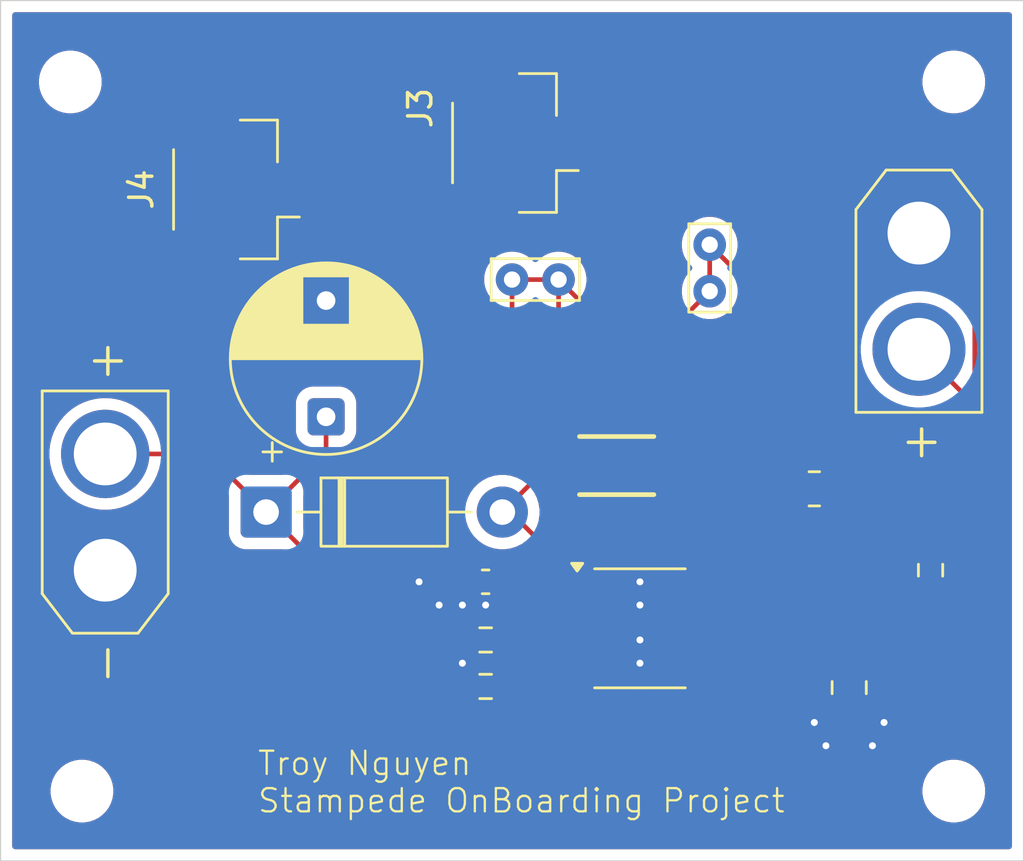
<source format=kicad_pcb>
(kicad_pcb (version 20241229) (generator "pcbnew") (generator_version "9.0")
  (layers (0 "F.Cu" signal) (2 "B.Cu" signal) (13 "F.Paste" user) (15 "B.Paste" user) (5 "F.SilkS" user "F.Silkscreen") (7 "B.SilkS" user "B.Silkscreen") (1 "F.Mask" user) (3 "B.Mask" user) (25 "Edge.Cuts" user))
  (net 0 "")
  (net 1 "GND")
  (net 2 "VCC")
  (net 3 "Net-(U2-CT)")
  (net 4 "+12V")
  (net 5 "/CAN+")
  (net 6 "/CAN-")
  (net 7 "Net-(U2-I_{PK})")
  (net 8 "Net-(U2-COMP-)")
  (net 9 "Net-(U2-DC)")
  (net 10 "Net-(D1-A)")
  (footprint "TestPoint:TestPoint_Bridge_Pitch2.0mm_Drill0.7mm" (layer "F.Cu") (at 123 86 90)
    (property "Reference" "TP2" (hide yes))
    (property "Value" "V_{C}" (hide yes))
    (fp_line (start 2.9 -0.9) (end -0.9 -0.9) (stroke (width 0.12)) (layer "F.SilkS"))
    (fp_line (start -0.9 -0.9) (end -0.9 0.9) (stroke (width 0.12)) (layer "F.SilkS"))
    (fp_line (start 2.9 0.9) (end 2.9 -0.9) (stroke (width 0.12)) (layer "F.SilkS"))
    (fp_line (start -0.9 0.9) (end 2.9 0.9) (stroke (width 0.12)) (layer "F.SilkS"))
    (pad "1" thru_hole circle (at 0 0 90) (size 1.4 1.4) (drill 0.7) (layers "*.Cu" "*.Mask") (net 7 "Net-(U2-I_{PK})"))
    (pad "1" thru_hole circle (at 2 0 90) (size 1.4 1.4) (drill 0.7) (layers "*.Cu" "*.Mask") (net 7 "Net-(U2-I_{PK})"))
  )
  (footprint "MountingHole:MountingHole_2.2mm_M2" (layer "F.Cu") (at 95.5 77)
    (property "Reference" "H1" (hide yes))
    (property "Value" "MountingHole" (hide yes))
    (pad "" np_thru_hole circle (at 0 0) (size 2.2 2.2) (drill 2.2) (layers "*.Cu" "*.Mask"))
  )
  (footprint "Resistor_SMD:R_0805_2012Metric_Pad1.20x1.40mm_HandSolder" (layer "F.Cu") (at 127.5 94.5 180)
    (property "Reference" "R3" (hide yes))
    (property "Value" "180" (hide yes))
    (fp_line (start -0.227064 0.735) (end 0.227064 0.735) (stroke (width 0.12)) (layer "F.SilkS"))
    (fp_line (start -0.227064 -0.735) (end 0.227064 -0.735) (stroke (width 0.12)) (layer "F.SilkS"))
    (pad "1" smd roundrect (at -1 0 180) (size 1.2 1.4) (layers "F.Cu" "F.Mask" "F.Paste") (roundrect_rratio 0.208333) (net 7 "Net-(U2-I_{PK})"))
    (pad "2" smd roundrect (at 1 0 180) (size 1.2 1.4) (layers "F.Cu" "F.Mask" "F.Paste") (roundrect_rratio 0.208333) (net 9 "Net-(U2-DC)"))
  )
  (footprint "Connector_AMASS:AMASS_XT30U-M_1x02_P5.0mm_Vertical" (layer "F.Cu") (at 97 98 90)
    (property "Reference" "J2" (hide yes))
    (property "Value" "Conn_01x02" (hide yes))
    (fp_line (start 7.71 -2.71) (end 7.71 2.71) (stroke (width 0.12)) (layer "F.SilkS"))
    (fp_line (start -1.01 -2.71) (end 7.71 -2.71) (stroke (width 0.12)) (layer "F.SilkS"))
    (fp_line (start -2.71 -1.41) (end -1.01 -2.71) (stroke (width 0.12)) (layer "F.SilkS"))
    (fp_line (start -2.71 -1.41) (end -2.71 1.41) (stroke (width 0.12)) (layer "F.SilkS"))
    (fp_line (start -2.71 1.41) (end -1.01 2.71) (stroke (width 0.12)) (layer "F.SilkS"))
    (fp_line (start -1.01 2.71) (end 7.71 2.71) (stroke (width 0.12)) (layer "F.SilkS"))
    (fp_text user "-" (at -4 0 90) (layer "F.SilkS") (effects (font (size 1.5 1.5))))
    (fp_text user "+" (at 9 0 90) (layer "F.SilkS") (effects (font (size 1.5 1.5))))
    (pad "1" thru_hole roundrect (at 0 0 90) (size 3.8 3.8) (drill 2.7) (layers "*.Cu" "*.Mask") (roundrect_rratio 0.2) (net 1 "GND"))
    (pad "2" thru_hole circle (at 5 0 90) (size 3.8 3.8) (drill 2.7) (layers "*.Cu" "*.Mask") (net 2 "VCC"))
  )
  (footprint "Capacitor_SMD:C_0805_2012Metric" (layer "F.Cu") (at 129 103.05 -90)
    (property "Reference" "C4" (hide yes))
    (property "Value" "100u" (hide yes))
    (fp_line (start -0.261252 0.735) (end 0.261252 0.735) (stroke (width 0.12)) (layer "F.SilkS"))
    (fp_line (start -0.261252 -0.735) (end 0.261252 -0.735) (stroke (width 0.12)) (layer "F.SilkS"))
    (pad "1" smd roundrect (at -0.95 0 270) (size 1 1.45) (layers "F.Cu" "F.Mask" "F.Paste") (net 4 "+12V"))
    (pad "2" smd roundrect (at 0.95 0 270) (size 1 1.45) (layers "F.Cu" "F.Mask" "F.Paste") (net 1 "GND"))
  )
  (footprint "MountingHole:MountingHole_2.2mm_M2" (layer "F.Cu") (at 133.5 77)
    (property "Reference" "H2" (hide yes))
    (property "Value" "MountingHole" (hide yes))
    (pad "" np_thru_hole circle (at 0 0) (size 2.2 2.2) (drill 2.2) (layers "*.Cu" "*.Mask"))
  )
  (footprint "Resistor_SMD:R_0603_1608Metric_Pad0.98x0.95mm_HandSolder" (layer "F.Cu") (at 113.3625 101)
    (property "Reference" "R2" (hide yes))
    (property "Value" "47k")
    (fp_line (start -0.254724 -0.5225) (end 0.254724 -0.5225) (stroke (width 0.12)) (layer "F.SilkS"))
    (fp_line (start -0.254724 0.5225) (end 0.254724 0.5225) (stroke (width 0.12)) (layer "F.SilkS"))
    (pad "1" smd roundrect (at -0.9125 0) (size 0.975 0.95) (layers "F.Cu" "F.Mask" "F.Paste") (net 2 "VCC"))
    (pad "2" smd roundrect (at 0.9125 0) (size 0.975 0.95) (layers "F.Cu" "F.Mask" "F.Paste") (net 8 "Net-(U2-COMP-)"))
  )
  (footprint "RM_Example:INDM3225X240N" (layer "F.Cu") (at 119 93.5 180)
    (property "Reference" "L1" (hide yes))
    (property "Value" "170u" (hide yes))
    (fp_line (start 1.6 -1.25) (end -1.6 -1.25) (stroke (width 0.2)) (layer "F.SilkS"))
    (fp_line (start -1.6 1.25) (end 1.6 1.25) (stroke (width 0.2)) (layer "F.SilkS"))
    (pad "1" smd rect (at -1.5 0 180) (size 1.4 1.95) (layers "F.Cu" "F.Mask" "F.Paste") (net 7 "Net-(U2-I_{PK})"))
    (pad "2" smd rect (at 1.5 0 180) (size 1.4 1.95) (layers "F.Cu" "F.Mask" "F.Paste") (net 10 "Net-(D1-A)"))
  )
  (footprint "Resistor_SMD:R_0603_1608Metric_Pad0.98x0.95mm_HandSolder" (layer "F.Cu") (at 132.5 98 90)
    (property "Reference" "R5" (hide yes))
    (property "Value" "0.22" (hide yes))
    (fp_line (start -0.254724 -0.5225) (end 0.254724 -0.5225) (stroke (width 0.12)) (layer "F.SilkS"))
    (fp_line (start -0.254724 0.5225) (end 0.254724 0.5225) (stroke (width 0.12)) (layer "F.SilkS"))
    (pad "1" smd roundrect (at -0.9125 0 90) (size 0.975 0.95) (layers "F.Cu" "F.Mask" "F.Paste") (net 7 "Net-(U2-I_{PK})"))
    (pad "2" smd roundrect (at 0.9125 0 90) (size 0.975 0.95) (layers "F.Cu" "F.Mask" "F.Paste") (net 4 "+12V"))
  )
  (footprint "Connector_AMASS:AMASS_XT30U-F_1x02_P5.0mm_Vertical" (layer "F.Cu") (at 132 83.5 -90)
    (property "Reference" "J1" (hide yes))
    (property "Value" "Conn_01x02" (hide yes))
    (fp_line (start -1.01 2.71) (end 7.71 2.71) (stroke (width 0.12)) (layer "F.SilkS"))
    (fp_line (start -2.71 1.41) (end -1.01 2.71) (stroke (width 0.12)) (layer "F.SilkS"))
    (fp_line (start -2.71 -1.41) (end -2.71 1.41) (stroke (width 0.12)) (layer "F.SilkS"))
    (fp_line (start -2.71 -1.41) (end -1.01 -2.71) (stroke (width 0.12)) (layer "F.SilkS"))
    (fp_line (start -1.01 -2.71) (end 7.71 -2.71) (stroke (width 0.12)) (layer "F.SilkS"))
    (fp_line (start 7.71 -2.71) (end 7.71 2.71) (stroke (width 0.12)) (layer "F.SilkS"))
    (fp_text user "+" (at 9 0 270) (layer "F.SilkS") (effects (font (size 1.5 1.5))))
    (pad "1" thru_hole roundrect (at 0 0 270) (size 3.8 3.8) (drill 2.7) (layers "*.Cu" "*.Mask") (roundrect_rratio 0.2) (net 1 "GND"))
    (pad "2" thru_hole circle (at 5 0 270) (size 4 4) (drill 2.7) (layers "*.Cu" "*.Mask") (net 4 "+12V"))
  )
  (footprint "MountingHole:MountingHole_2.2mm_M2" (layer "F.Cu") (at 133.5 107.5)
    (property "Reference" "H4" (hide yes))
    (property "Value" "MountingHole" (hide yes))
    (pad "" np_thru_hole circle (at 0 0) (size 2.2 2.2) (drill 2.2) (layers "*.Cu" "*.Mask"))
  )
  (footprint "Diode_THT:D_DO-41_SOD81_P10.16mm_Horizontal" (layer "F.Cu") (at 103.92 95.5)
    (property "Reference" "D1" (hide yes))
    (property "Value" "1N5819" (hide yes))
    (fp_line (start 1.34 0) (end 2.36 0) (stroke (width 0.12)) (layer "F.SilkS"))
    (fp_line (start 3.14 -1.47) (end 3.14 1.47) (stroke (width 0.12)) (layer "F.SilkS"))
    (fp_line (start 3.26 -1.47) (end 3.26 1.47) (stroke (width 0.12)) (layer "F.SilkS"))
    (fp_line (start 3.38 -1.47) (end 3.38 1.47) (stroke (width 0.12)) (layer "F.SilkS"))
    (fp_line (start 8.82 0) (end 7.8 0) (stroke (width 0.12)) (layer "F.SilkS"))
    (fp_rect (start 2.36 -1.47) (end 7.8 1.47) (stroke (width 0.12)) (fill no) (layer "F.SilkS"))
    (pad "1" thru_hole roundrect (at 0 0) (size 2.2 2.2) (drill 1.1) (layers "*.Cu" "*.Mask") (roundrect_rratio 0.113636) (net 2 "VCC"))
    (pad "2" thru_hole circle (at 10.16 0) (size 2.2 2.2) (drill 1.1) (layers "*.Cu" "*.Mask") (net 10 "Net-(D1-A)"))
  )
  (footprint "Connector_JST:JST_GH_BM02B-GHS-TBT_1x02-1MP_P1.25mm_Vertical" (layer "F.Cu") (at 102.55 81.625 90)
    (property "Reference" "J4" (at 0 -4 90) (layer "F.SilkS"))
    (property "Value" "Conn_01x02" (hide yes))
    (fp_line (start -1.715 -2.61) (end 1.715 -2.61) (stroke (width 0.12)) (layer "F.SilkS"))
    (fp_line (start 2.985 0.26) (end 2.985 1.86) (stroke (width 0.12)) (layer "F.SilkS"))
    (fp_line (start -2.985 0.26) (end -2.985 1.86) (stroke (width 0.12)) (layer "F.SilkS"))
    (fp_line (start 2.985 1.86) (end 1.185 1.86) (stroke (width 0.12)) (layer "F.SilkS"))
    (fp_line (start -1.185 1.86) (end -1.185 2.8) (stroke (width 0.12)) (layer "F.SilkS"))
    (fp_line (start -2.985 1.86) (end -1.185 1.86) (stroke (width 0.12)) (layer "F.SilkS"))
    (pad "1" smd roundrect (at -0.625 1.95 90) (size 0.6 1.7) (layers "F.Cu" "F.Mask" "F.Paste") (net 6 "/CAN-"))
    (pad "2" smd roundrect (at 0.625 1.95 90) (size 0.6 1.7) (layers "F.Cu" "F.Mask" "F.Paste") (net 5 "/CAN+"))
    (pad "MP" smd roundrect (at -2.475 -1.4 90) (size 1 2.8) (layers "F.Cu" "F.Mask" "F.Paste"))
    (pad "MP" smd roundrect (at 2.475 -1.4 90) (size 1 2.8) (layers "F.Cu" "F.Mask" "F.Paste"))
  )
  (footprint "Capacitor_THT:CP_Radial_D8.0mm_P5.00mm" (layer "F.Cu") (at 106.5 91.402651 90)
    (property "Reference" "C1" (hide yes))
    (property "Value" "330u" (hide yes))
    (fp_line (start 2.54 -4.08) (end 2.54 4.08) (stroke (width 0.12)) (layer "F.SilkS"))
    (fp_line (start 2.5 -4.08) (end 2.5 4.08) (stroke (width 0.12)) (layer "F.SilkS"))
    (fp_line (start 2.58 -4.079) (end 2.58 4.079) (stroke (width 0.12)) (layer "F.SilkS"))
    (fp_line (start 2.62 -4.078) (end 2.62 4.078) (stroke (width 0.12)) (layer "F.SilkS"))
    (fp_line (start 2.66 -4.077) (end 2.66 4.077) (stroke (width 0.12)) (layer "F.SilkS"))
    (fp_line (start 2.7 -4.075) (end 2.7 4.075) (stroke (width 0.12)) (layer "F.SilkS"))
    (fp_line (start 2.74 -4.073) (end 2.74 4.073) (stroke (width 0.12)) (layer "F.SilkS"))
    (fp_line (start 2.78 -4.07) (end 2.78 4.07) (stroke (width 0.12)) (layer "F.SilkS"))
    (fp_line (start 2.82 -4.068) (end 2.82 4.068) (stroke (width 0.12)) (layer "F.SilkS"))
    (fp_line (start 2.86 -4.064) (end 2.86 4.064) (stroke (width 0.12)) (layer "F.SilkS"))
    (fp_line (start 2.9 -4.061) (end 2.9 4.061) (stroke (width 0.12)) (layer "F.SilkS"))
    (fp_line (start 2.94 -4.056) (end 2.94 4.056) (stroke (width 0.12)) (layer "F.SilkS"))
    (fp_line (start 2.98 -4.052) (end 2.98 4.052) (stroke (width 0.12)) (layer "F.SilkS"))
    (fp_line (start 3.02 -4.047) (end 3.02 4.047) (stroke (width 0.12)) (layer "F.SilkS"))
    (fp_line (start 3.06 -4.042) (end 3.06 4.042) (stroke (width 0.12)) (layer "F.SilkS"))
    (fp_line (start 3.1 -4.036) (end 3.1 4.036) (stroke (width 0.12)) (layer "F.SilkS"))
    (fp_line (start 3.14 -4.03) (end 3.14 4.03) (stroke (width 0.12)) (layer "F.SilkS"))
    (fp_line (start 3.18 -4.023) (end 3.18 4.023) (stroke (width 0.12)) (layer "F.SilkS"))
    (fp_line (start 3.22 -4.017) (end 3.22 4.017) (stroke (width 0.12)) (layer "F.SilkS"))
    (fp_line (start 3.26 -4.009) (end 3.26 4.009) (stroke (width 0.12)) (layer "F.SilkS"))
    (fp_line (start 3.3 -4.002) (end 3.3 4.002) (stroke (width 0.12)) (layer "F.SilkS"))
    (fp_line (start 3.34 -3.993) (end 3.34 3.993) (stroke (width 0.12)) (layer "F.SilkS"))
    (fp_line (start 3.38 -3.985) (end 3.38 3.985) (stroke (width 0.12)) (layer "F.SilkS"))
    (fp_line (start 3.42 -3.976) (end 3.42 3.976) (stroke (width 0.12)) (layer "F.SilkS"))
    (fp_line (start 3.46 -3.967) (end 3.46 3.967) (stroke (width 0.12)) (layer "F.SilkS"))
    (fp_line (start 3.5 -3.957) (end 3.5 3.957) (stroke (width 0.12)) (layer "F.SilkS"))
    (fp_line (start 3.54 -3.947) (end 3.54 3.947) (stroke (width 0.12)) (layer "F.SilkS"))
    (fp_line (start 3.58 -3.936) (end 3.58 3.936) (stroke (width 0.12)) (layer "F.SilkS"))
    (fp_line (start 3.62 -3.925) (end 3.62 3.925) (stroke (width 0.12)) (layer "F.SilkS"))
    (fp_line (start 3.66 -3.913) (end 3.66 3.913) (stroke (width 0.12)) (layer "F.SilkS"))
    (fp_line (start 3.7 -3.901) (end 3.7 3.901) (stroke (width 0.12)) (layer "F.SilkS"))
    (fp_line (start 3.74 -3.889) (end 3.74 3.889) (stroke (width 0.12)) (layer "F.SilkS"))
    (fp_line (start 3.78 -3.876) (end 3.78 3.876) (stroke (width 0.12)) (layer "F.SilkS"))
    (fp_line (start 3.82 -3.863) (end 3.82 3.863) (stroke (width 0.12)) (layer "F.SilkS"))
    (fp_line (start 3.86 -3.849) (end 3.86 3.849) (stroke (width 0.12)) (layer "F.SilkS"))
    (fp_line (start 3.9 -3.835) (end 3.9 3.835) (stroke (width 0.12)) (layer "F.SilkS"))
    (fp_line (start 3.94 -3.82) (end 3.94 3.82) (stroke (width 0.12)) (layer "F.SilkS"))
    (fp_line (start 3.98 -3.805) (end 3.98 -1.04) (stroke (width 0.12)) (layer "F.SilkS"))
    (fp_line (start 4.02 -3.789) (end 4.02 -1.04) (stroke (width 0.12)) (layer "F.SilkS"))
    (fp_line (start 4.06 -3.773) (end 4.06 -1.04) (stroke (width 0.12)) (layer "F.SilkS"))
    (fp_line (start 4.1 -3.757) (end 4.1 -1.04) (stroke (width 0.12)) (layer "F.SilkS"))
    (fp_line (start 4.14 -3.74) (end 4.14 -1.04) (stroke (width 0.12)) (layer "F.SilkS"))
    (fp_line (start 4.18 -3.722) (end 4.18 -1.04) (stroke (width 0.12)) (layer "F.SilkS"))
    (fp_line (start 4.22 -3.704) (end 4.22 -1.04) (stroke (width 0.12)) (layer "F.SilkS"))
    (fp_line (start 4.26 -3.685) (end 4.26 -1.04) (stroke (width 0.12)) (layer "F.SilkS"))
    (fp_line (start 4.3 -3.666) (end 4.3 -1.04) (stroke (width 0.12)) (layer "F.SilkS"))
    (fp_line (start 4.34 -3.646) (end 4.34 -1.04) (stroke (width 0.12)) (layer "F.SilkS"))
    (fp_line (start 4.38 -3.626) (end 4.38 -1.04) (stroke (width 0.12)) (layer "F.SilkS"))
    (fp_line (start 4.42 -3.605) (end 4.42 -1.04) (stroke (width 0.12)) (layer "F.SilkS"))
    (fp_line (start 4.46 -3.584) (end 4.46 -1.04) (stroke (width 0.12)) (layer "F.SilkS"))
    (fp_line (start 4.5 -3.562) (end 4.5 -1.04) (stroke (width 0.12)) (layer "F.SilkS"))
    (fp_line (start 4.54 -3.539) (end 4.54 -1.04) (stroke (width 0.12)) (layer "F.SilkS"))
    (fp_line (start 4.58 -3.516) (end 4.58 -1.04) (stroke (width 0.12)) (layer "F.SilkS"))
    (fp_line (start 4.62 -3.493) (end 4.62 -1.04) (stroke (width 0.12)) (layer "F.SilkS"))
    (fp_line (start 4.66 -3.468) (end 4.66 -1.04) (stroke (width 0.12)) (layer "F.SilkS"))
    (fp_line (start 4.7 -3.443) (end 4.7 -1.04) (stroke (width 0.12)) (layer "F.SilkS"))
    (fp_line (start 4.74 -3.418) (end 4.74 -1.04) (stroke (width 0.12)) (layer "F.SilkS"))
    (fp_line (start 4.78 -3.392) (end 4.78 -1.04) (stroke (width 0.12)) (layer "F.SilkS"))
    (fp_line (start 4.82 -3.365) (end 4.82 -1.04) (stroke (width 0.12)) (layer "F.SilkS"))
    (fp_line (start 4.86 -3.337) (end 4.86 -1.04) (stroke (width 0.12)) (layer "F.SilkS"))
    (fp_line (start 4.9 -3.309) (end 4.9 -1.04) (stroke (width 0.12)) (layer "F.SilkS"))
    (fp_line (start 4.94 -3.28) (end 4.94 -1.04) (stroke (width 0.12)) (layer "F.SilkS"))
    (fp_line (start 4.98 -3.25) (end 4.98 -1.04) (stroke (width 0.12)) (layer "F.SilkS"))
    (fp_line (start 5.02 -3.219) (end 5.02 -1.04) (stroke (width 0.12)) (layer "F.SilkS"))
    (fp_line (start 5.06 -3.188) (end 5.06 -1.04) (stroke (width 0.12)) (layer "F.SilkS"))
    (fp_line (start 5.1 -3.156) (end 5.1 -1.04) (stroke (width 0.12)) (layer "F.SilkS"))
    (fp_line (start 5.14 -3.123) (end 5.14 -1.04) (stroke (width 0.12)) (layer "F.SilkS"))
    (fp_line (start 5.18 -3.089) (end 5.18 -1.04) (stroke (width 0.12)) (layer "F.SilkS"))
    (fp_line (start 5.22 -3.055) (end 5.22 -1.04) (stroke (width 0.12)) (layer "F.SilkS"))
    (fp_line (start 5.26 -3.019) (end 5.26 -1.04) (stroke (width 0.12)) (layer "F.SilkS"))
    (fp_line (start 5.3 -2.982) (end 5.3 -1.04) (stroke (width 0.12)) (layer "F.SilkS"))
    (fp_line (start 5.34 -2.945) (end 5.34 -1.04) (stroke (width 0.12)) (layer "F.SilkS"))
    (fp_line (start 5.38 -2.906) (end 5.38 -1.04) (stroke (width 0.12)) (layer "F.SilkS"))
    (fp_line (start 5.42 -2.867) (end 5.42 -1.04) (stroke (width 0.12)) (layer "F.SilkS"))
    (fp_line (start 5.46 -2.826) (end 5.46 -1.04) (stroke (width 0.12)) (layer "F.SilkS"))
    (fp_line (start 5.5 -2.784) (end 5.5 -1.04) (stroke (width 0.12)) (layer "F.SilkS"))
    (fp_line (start 5.54 -2.741) (end 5.54 -1.04) (stroke (width 0.12)) (layer "F.SilkS"))
    (fp_line (start -1.509698 -2.715) (end -1.509698 -1.915) (stroke (width 0.12)) (layer "F.SilkS"))
    (fp_line (start 5.58 -2.696) (end 5.58 -1.04) (stroke (width 0.12)) (layer "F.SilkS"))
    (fp_line (start 5.62 -2.651) (end 5.62 -1.04) (stroke (width 0.12)) (layer "F.SilkS"))
    (fp_line (start 5.66 -2.604) (end 5.66 -1.04) (stroke (width 0.12)) (layer "F.SilkS"))
    (fp_line (start 5.7 -2.555) (end 5.7 -1.04) (stroke (width 0.12)) (layer "F.SilkS"))
    (fp_line (start 5.74 -2.505) (end 5.74 -1.04) (stroke (width 0.12)) (layer "F.SilkS"))
    (fp_line (start 5.78 -2.453) (end 5.78 -1.04) (stroke (width 0.12)) (layer "F.SilkS"))
    (fp_line (start 5.82 -2.4) (end 5.82 -1.04) (stroke (width 0.12)) (layer "F.SilkS"))
    (fp_line (start 5.86 -2.344) (end 5.86 -1.04) (stroke (width 0.12)) (layer "F.SilkS"))
    (fp_line (start -1.909698 -2.315) (end -1.109698 -2.315) (stroke (width 0.12)) (layer "F.SilkS"))
    (fp_line (start 5.9 -2.287) (end 5.9 -1.04) (stroke (width 0.12)) (layer "F.SilkS"))
    (fp_line (start 5.94 -2.227) (end 5.94 -1.04) (stroke (width 0.12)) (layer "F.SilkS"))
    (fp_line (start 5.98 -2.165) (end 5.98 -1.04) (stroke (width 0.12)) (layer "F.SilkS"))
    (fp_line (start 6.02 -2.101) (end 6.02 -1.04) (stroke (width 0.12)) (layer "F.SilkS"))
    (fp_line (start 6.06 -2.034) (end 6.06 2.034) (stroke (width 0.12)) (layer "F.SilkS"))
    (fp_line (start 6.1 -1.964) (end 6.1 1.964) (stroke (width 0.12)) (layer "F.SilkS"))
    (fp_line (start 6.14 -1.89) (end 6.14 1.89) (stroke (width 0.12)) (layer "F.SilkS"))
    (fp_line (start 6.18 -1.813) (end 6.18 1.813) (stroke (width 0.12)) (layer "F.SilkS"))
    (fp_line (start 6.22 -1.731) (end 6.22 1.731) (stroke (width 0.12)) (layer "F.SilkS"))
    (fp_line (start 6.26 -1.644) (end 6.26 1.644) (stroke (width 0.12)) (layer "F.SilkS"))
    (fp_line (start 6.3 -1.552) (end 6.3 1.552) (stroke (width 0.12)) (layer "F.SilkS"))
    (fp_line (start 6.34 -1.453) (end 6.34 1.453) (stroke (width 0.12)) (layer "F.SilkS"))
    (fp_line (start 6.38 -1.346) (end 6.38 1.346) (stroke (width 0.12)) (layer "F.SilkS"))
    (fp_line (start 6.42 -1.228) (end 6.42 1.228) (stroke (width 0.12)) (layer "F.SilkS"))
    (fp_line (start 6.46 -1.097) (end 6.46 1.097) (stroke (width 0.12)) (layer "F.SilkS"))
    (fp_line (start 6.5 -0.947) (end 6.5 0.947) (stroke (width 0.12)) (layer "F.SilkS"))
    (fp_line (start 6.54 -0.768) (end 6.54 0.768) (stroke (width 0.12)) (layer "F.SilkS"))
    (fp_line (start 6.58 -0.533) (end 6.58 0.533) (stroke (width 0.12)) (layer "F.SilkS"))
    (fp_line (start 6.02 1.04) (end 6.02 2.101) (stroke (width 0.12)) (layer "F.SilkS"))
    (fp_line (start 5.98 1.04) (end 5.98 2.165) (stroke (width 0.12)) (layer "F.SilkS"))
    (fp_line (start 5.94 1.04) (end 5.94 2.227) (stroke (width 0.12)) (layer "F.SilkS"))
    (fp_line (start 5.9 1.04) (end 5.9 2.287) (stroke (width 0.12)) (layer "F.SilkS"))
    (fp_line (start 5.86 1.04) (end 5.86 2.344) (stroke (width 0.12)) (layer "F.SilkS"))
    (fp_line (start 5.82 1.04) (end 5.82 2.4) (stroke (width 0.12)) (layer "F.SilkS"))
    (fp_line (start 5.78 1.04) (end 5.78 2.453) (stroke (width 0.12)) (layer "F.SilkS"))
    (fp_line (start 5.74 1.04) (end 5.74 2.505) (stroke (width 0.12)) (layer "F.SilkS"))
    (fp_line (start 5.7 1.04) (end 5.7 2.555) (stroke (width 0.12)) (layer "F.SilkS"))
    (fp_line (start 5.66 1.04) (end 5.66 2.604) (stroke (width 0.12)) (layer "F.SilkS"))
    (fp_line (start 5.62 1.04) (end 5.62 2.651) (stroke (width 0.12)) (layer "F.SilkS"))
    (fp_line (start 5.58 1.04) (end 5.58 2.696) (stroke (width 0.12)) (layer "F.SilkS"))
    (fp_line (start 5.54 1.04) (end 5.54 2.741) (stroke (width 0.12)) (layer "F.SilkS"))
    (fp_line (start 5.5 1.04) (end 5.5 2.784) (stroke (width 0.12)) (layer "F.SilkS"))
    (fp_line (start 5.46 1.04) (end 5.46 2.826) (stroke (width 0.12)) (layer "F.SilkS"))
    (fp_line (start 5.42 1.04) (end 5.42 2.867) (stroke (width 0.12)) (layer "F.SilkS"))
    (fp_line (start 5.38 1.04) (end 5.38 2.906) (stroke (width 0.12)) (layer "F.SilkS"))
    (fp_line (start 5.34 1.04) (end 5.34 2.945) (stroke (width 0.12)) (layer "F.SilkS"))
    (fp_line (start 5.3 1.04) (end 5.3 2.982) (stroke (width 0.12)) (layer "F.SilkS"))
    (fp_line (start 5.26 1.04) (end 5.26 3.019) (stroke (width 0.12)) (layer "F.SilkS"))
    (fp_line (start 5.22 1.04) (end 5.22 3.055) (stroke (width 0.12)) (layer "F.SilkS"))
    (fp_line (start 5.18 1.04) (end 5.18 3.089) (stroke (width 0.12)) (layer "F.SilkS"))
    (fp_line (start 5.14 1.04) (end 5.14 3.123) (stroke (width 0.12)) (layer "F.SilkS"))
    (fp_line (start 5.1 1.04) (end 5.1 3.156) (stroke (width 0.12)) (layer "F.SilkS"))
    (fp_line (start 5.06 1.04) (end 5.06 3.188) (stroke (width 0.12)) (layer "F.SilkS"))
    (fp_line (start 5.02 1.04) (end 5.02 3.219) (stroke (width 0.12)) (layer "F.SilkS"))
    (fp_line (start 4.98 1.04) (end 4.98 3.25) (stroke (width 0.12)) (layer "F.SilkS"))
    (fp_line (start 4.94 1.04) (end 4.94 3.28) (stroke (width 0.12)) (layer "F.SilkS"))
    (fp_line (start 4.9 1.04) (end 4.9 3.309) (stroke (width 0.12)) (layer "F.SilkS"))
    (fp_line (start 4.86 1.04) (end 4.86 3.337) (stroke (width 0.12)) (layer "F.SilkS"))
    (fp_line (start 4.82 1.04) (end 4.82 3.365) (stroke (width 0.12)) (layer "F.SilkS"))
    (fp_line (start 4.78 1.04) (end 4.78 3.392) (stroke (width 0.12)) (layer "F.SilkS"))
    (fp_line (start 4.74 1.04) (end 4.74 3.418) (stroke (width 0.12)) (layer "F.SilkS"))
    (fp_line (start 4.7 1.04) (end 4.7 3.443) (stroke (width 0.12)) (layer "F.SilkS"))
    (fp_line (start 4.66 1.04) (end 4.66 3.468) (stroke (width 0.12)) (layer "F.SilkS"))
    (fp_line (start 4.62 1.04) (end 4.62 3.493) (stroke (width 0.12)) (layer "F.SilkS"))
    (fp_line (start 4.58 1.04) (end 4.58 3.516) (stroke (width 0.12)) (layer "F.SilkS"))
    (fp_line (start 4.54 1.04) (end 4.54 3.539) (stroke (width 0.12)) (layer "F.SilkS"))
    (fp_line (start 4.5 1.04) (end 4.5 3.562) (stroke (width 0.12)) (layer "F.SilkS"))
    (fp_line (start 4.46 1.04) (end 4.46 3.584) (stroke (width 0.12)) (layer "F.SilkS"))
    (fp_line (start 4.42 1.04) (end 4.42 3.605) (stroke (width 0.12)) (layer "F.SilkS"))
    (fp_line (start 4.38 1.04) (end 4.38 3.626) (stroke (width 0.12)) (layer "F.SilkS"))
    (fp_line (start 4.34 1.04) (end 4.34 3.646) (stroke (width 0.12)) (layer "F.SilkS"))
    (fp_line (start 4.3 1.04) (end 4.3 3.666) (stroke (width 0.12)) (layer "F.SilkS"))
    (fp_line (start 4.26 1.04) (end 4.26 3.685) (stroke (width 0.12)) (layer "F.SilkS"))
    (fp_line (start 4.22 1.04) (end 4.22 3.704) (stroke (width 0.12)) (layer "F.SilkS"))
    (fp_line (start 4.18 1.04) (end 4.18 3.722) (stroke (width 0.12)) (layer "F.SilkS"))
    (fp_line (start 4.14 1.04) (end 4.14 3.74) (stroke (width 0.12)) (layer "F.SilkS"))
    (fp_line (start 4.1 1.04) (end 4.1 3.757) (stroke (width 0.12)) (layer "F.SilkS"))
    (fp_line (start 4.06 1.04) (end 4.06 3.773) (stroke (width 0.12)) (layer "F.SilkS"))
    (fp_line (start 4.02 1.04) (end 4.02 3.789) (stroke (width 0.12)) (layer "F.SilkS"))
    (fp_line (start 3.98 1.04) (end 3.98 3.805) (stroke (width 0.12)) (layer "F.SilkS"))
    (fp_circle (center 2.5 0) (end 6.62 0) (stroke (width 0.12)) (fill no) (layer "F.SilkS"))
    (pad "1" thru_hole roundrect (at 0 0 90) (size 1.6 1.6) (drill 0.8) (layers "*.Cu" "*.Mask") (roundrect_rratio 0.15625) (net 2 "VCC"))
    (pad "2" thru_hole circle (at 5 0 90) (size 1.6 1.6) (drill 0.8) (layers "*.Cu" "*.Mask") (net 1 "GND"))
  )
  (footprint "Capacitor_SMD:C_0603_1608Metric_Pad1.08x0.95mm_HandSolder" (layer "F.Cu") (at 113.3625 98.5 180)
    (property "Reference" "C2" (hide yes))
    (property "Value" "1500p")
    (fp_line (start -0.146267 0.51) (end 0.146267 0.51) (stroke (width 0.12)) (layer "F.SilkS"))
    (fp_line (start -0.146267 -0.51) (end 0.146267 -0.51) (stroke (width 0.12)) (layer "F.SilkS"))
    (pad "1" smd roundrect (at -0.8625 0 180) (size 1.075 0.95) (layers "F.Cu" "F.Mask" "F.Paste") (net 3 "Net-(U2-CT)"))
    (pad "2" smd roundrect (at 0.8625 0 180) (size 1.075 0.95) (layers "F.Cu" "F.Mask" "F.Paste") (net 1 "GND"))
  )
  (footprint "Package_SO:SOIC-8_3.9x4.9mm_P1.27mm" (layer "F.Cu") (at 120 100.5)
    (property "Reference" "U2" (hide yes))
    (property "Value" "MC34063A" (hide yes))
    (fp_line (start 0 -2.56) (end -1.95 -2.56) (stroke (width 0.12)) (layer "F.SilkS"))
    (fp_line (start 0 -2.56) (end 1.95 -2.56) (stroke (width 0.12)) (layer "F.SilkS"))
    (fp_line (start 0 2.56) (end -1.95 2.56) (stroke (width 0.12)) (layer "F.SilkS"))
    (fp_line (start 0 2.56) (end 1.95 2.56) (stroke (width 0.12)) (layer "F.SilkS"))
    (fp_poly (pts (xy -2.7 -2.465) (xy -2.94 -2.795) (xy -2.46 -2.795)) (stroke (width 0.12)) (fill yes) (layer "F.SilkS"))
    (pad "1" smd roundrect (at -2.475 -1.905) (size 1.95 0.6) (layers "F.Cu" "F.Mask" "F.Paste") (net 10 "Net-(D1-A)"))
    (pad "2" smd roundrect (at -2.475 -0.635) (size 1.95 0.6) (layers "F.Cu" "F.Mask" "F.Paste") (net 1 "GND"))
    (pad "3" smd roundrect (at -2.475 0.635) (size 1.95 0.6) (layers "F.Cu" "F.Mask" "F.Paste") (net 3 "Net-(U2-CT)"))
    (pad "4" smd roundrect (at -2.475 1.905) (size 1.95 0.6) (layers "F.Cu" "F.Mask" "F.Paste") (net 1 "GND"))
    (pad "5" smd roundrect (at 2.475 1.905) (size 1.95 0.6) (layers "F.Cu" "F.Mask" "F.Paste") (net 8 "Net-(U2-COMP-)"))
    (pad "6" smd roundrect (at 2.475 0.635) (size 1.95 0.6) (layers "F.Cu" "F.Mask" "F.Paste") (net 4 "+12V"))
    (pad "7" smd roundrect (at 2.475 -0.635) (size 1.95 0.6) (layers "F.Cu" "F.Mask" "F.Paste") (net 7 "Net-(U2-I_{PK})"))
    (pad "8" smd roundrect (at 2.475 -1.905) (size 1.95 0.6) (layers "F.Cu" "F.Mask" "F.Paste") (net 9 "Net-(U2-DC)"))
  )
  (footprint "MountingHole:MountingHole_2.2mm_M2" (layer "F.Cu") (at 96 107.5)
    (property "Reference" "H3" (hide yes))
    (property "Value" "MountingHole" (hide yes))
    (pad "" np_thru_hole circle (at 0 0) (size 2.2 2.2) (drill 2.2) (layers "*.Cu" "*.Mask"))
  )
  (footprint "Connector_JST:JST_GH_BM02B-GHS-TBT_1x02-1MP_P1.25mm_Vertical" (layer "F.Cu") (at 114.55 79.625 90)
    (property "Reference" "J3" (at 1.5 -4 90) (layer "F.SilkS"))
    (property "Value" "Conn_01x02" (hide yes))
    (fp_line (start -1.715 -2.61) (end 1.715 -2.61) (stroke (width 0.12)) (layer "F.SilkS"))
    (fp_line (start 2.985 0.26) (end 2.985 1.86) (stroke (width 0.12)) (layer "F.SilkS"))
    (fp_line (start -2.985 0.26) (end -2.985 1.86) (stroke (width 0.12)) (layer "F.SilkS"))
    (fp_line (start 2.985 1.86) (end 1.185 1.86) (stroke (width 0.12)) (layer "F.SilkS"))
    (fp_line (start -1.185 1.86) (end -1.185 2.8) (stroke (width 0.12)) (layer "F.SilkS"))
    (fp_line (start -2.985 1.86) (end -1.185 1.86) (stroke (width 0.12)) (layer "F.SilkS"))
    (pad "1" smd roundrect (at -0.625 1.95 90) (size 0.6 1.7) (layers "F.Cu" "F.Mask" "F.Paste") (net 6 "/CAN-"))
    (pad "2" smd roundrect (at 0.625 1.95 90) (size 0.6 1.7) (layers "F.Cu" "F.Mask" "F.Paste") (net 5 "/CAN+"))
    (pad "MP" smd roundrect (at -2.475 -1.4 90) (size 1 2.8) (layers "F.Cu" "F.Mask" "F.Paste"))
    (pad "MP" smd roundrect (at 2.475 -1.4 90) (size 1 2.8) (layers "F.Cu" "F.Mask" "F.Paste"))
  )
  (footprint "TestPoint:TestPoint_Bridge_Pitch2.0mm_Drill0.7mm" (layer "F.Cu") (at 114.5 85.5)
    (property "Reference" "TP3" (hide yes))
    (property "Value" "V_{E}" (hide yes))
    (fp_line (start -0.9 -0.9) (end -0.9 0.9) (stroke (width 0.12)) (layer "F.SilkS"))
    (fp_line (start -0.9 0.9) (end 2.9 0.9) (stroke (width 0.12)) (layer "F.SilkS"))
    (fp_line (start 2.9 -0.9) (end -0.9 -0.9) (stroke (width 0.12)) (layer "F.SilkS"))
    (fp_line (start 2.9 0.9) (end 2.9 -0.9) (stroke (width 0.12)) (layer "F.SilkS"))
    (pad "1" thru_hole circle (at 0 0) (size 1.4 1.4) (drill 0.7) (layers "*.Cu" "*.Mask") (net 10 "Net-(D1-A)"))
    (pad "1" thru_hole circle (at 2 0) (size 1.4 1.4) (drill 0.7) (layers "*.Cu" "*.Mask") (net 10 "Net-(D1-A)"))
  )
  (footprint "Resistor_SMD:R_0603_1608Metric_Pad0.98x0.95mm_HandSolder" (layer "F.Cu") (at 113.3625 103 180)
    (property "Reference" "R4" (hide yes))
    (property "Value" "2.2k" (hide yes))
    (fp_line (start -0.254724 0.5225) (end 0.254724 0.5225) (stroke (width 0.12)) (layer "F.SilkS"))
    (fp_line (start -0.254724 -0.5225) (end 0.254724 -0.5225) (stroke (width 0.12)) (layer "F.SilkS"))
    (pad "1" smd roundrect (at -0.9125 0 180) (size 0.975 0.95) (layers "F.Cu" "F.Mask" "F.Paste") (net 8 "Net-(U2-COMP-)"))
    (pad "2" smd roundrect (at 0.9125 0 180) (size 0.975 0.95) (layers "F.Cu" "F.Mask" "F.Paste") (net 1 "GND"))
  )
  (gr_rect (start 92.5 73.5) (end 136.5 110.5) (stroke (width 0.05)) (fill no) (layer "Edge.Cuts"))
  (gr_text "Troy Nguyen\nStampede OnBoarding Project\n" (at 103.5 108.5 0) (layer "F.SilkS") (effects (font (size 1 1) (thickness 0.1)) (justify left bottom)))
  (segment (start 96.597349 86.402651) (end 94 89) (width 0.2) (layer "F.Cu") (net 1))
  (segment (start 94 95) (end 97 98) (width 0.2) (layer "F.Cu") (net 1))
  (segment (start 94 89) (end 94 95) (width 0.2) (layer "F.Cu") (net 1))
  (segment (start 106.5 86.402651) (end 96.597349 86.402651) (width 0.2) (layer "F.Cu") (net 1))
  (via (at 130.5 104.55) (size 0.6) (drill 0.3) (layers "F.Cu" "B.Cu") (net 1))
  (via (at 112.3625 102) (size 0.6) (drill 0.3) (layers "F.Cu" "B.Cu") (net 1))
  (via (at 120 98.5) (size 0.6) (drill 0.3) (layers "F.Cu" "B.Cu") (net 1))
  (via (at 127.5 104.55) (size 0.6) (drill 0.3) (layers "F.Cu" "B.Cu") (net 1))
  (via (at 120 101) (size 0.6) (drill 0.3) (layers "F.Cu" "B.Cu") (net 1))
  (via (at 130 105.55) (size 0.6) (drill 0.3) (layers "F.Cu" "B.Cu") (net 1))
  (via (at 120 99.5) (size 0.6) (drill 0.3) (layers "F.Cu" "B.Cu") (net 1))
  (via (at 113.3625 99.5) (size 0.6) (drill 0.3) (layers "F.Cu" "B.Cu") (net 1))
  (via (at 111.3625 99.5) (size 0.6) (drill 0.3) (layers "F.Cu" "B.Cu") (net 1))
  (via (at 120 102) (size 0.6) (drill 0.3) (layers "F.Cu" "B.Cu") (net 1))
  (via (at 112.3625 99.5) (size 0.6) (drill 0.3) (layers "F.Cu" "B.Cu") (net 1))
  (via (at 128 105.55) (size 0.6) (drill 0.3) (layers "F.Cu" "B.Cu") (net 1))
  (via (at 110.5 98.5) (size 0.6) (drill 0.3) (layers "F.Cu" "B.Cu") (net 1))
  (segment (start 97 93) (end 101.42 93) (width 0.2) (layer "F.Cu") (net 2))
  (segment (start 101.42 93) (end 103.92 95.5) (width 0.2) (layer "F.Cu") (net 2))
  (segment (start 106.5 91.402651) (end 106.5 92.92) (width 0.2) (layer "F.Cu") (net 2))
  (segment (start 109.42 101) (end 103.92 95.5) (width 0.2) (layer "F.Cu") (net 2))
  (segment (start 112.45 101) (end 109.42 101) (width 0.2) (layer "F.Cu") (net 2))
  (segment (start 106.5 92.92) (end 103.92 95.5) (width 0.2) (layer "F.Cu") (net 2))
  (segment (start 117.525 101.135) (end 116.86 101.135) (width 0.2) (layer "F.Cu") (net 3))
  (segment (start 116.86 101.135) (end 114.225 98.5) (width 0.2) (layer "F.Cu") (net 3))
  (segment (start 129 100.5875) (end 129 102.1) (width 0.2) (layer "F.Cu") (net 4))
  (segment (start 134 95.5875) (end 132.5 97.0875) (width 0.2) (layer "F.Cu") (net 4))
  (segment (start 132 88.5) (end 134 90.5) (width 0.2) (layer "F.Cu") (net 4))
  (segment (start 132.5 97.0875) (end 129 100.5875) (width 0.2) (layer "F.Cu") (net 4))
  (segment (start 122.475 101.135) (end 128.035 101.135) (width 0.2) (layer "F.Cu") (net 4))
  (segment (start 134 90.5) (end 134 95.5875) (width 0.2) (layer "F.Cu") (net 4))
  (segment (start 128.035 101.135) (end 129 102.1) (width 0.2) (layer "F.Cu") (net 4))
  (segment (start 104.5 81) (end 105.775001 81) (width 0.2) (layer "F.Cu") (net 5))
  (segment (start 115.349 79.909032) (end 115.609032 79.649) (width 0.2) (layer "F.Cu") (net 5))
  (segment (start 105.775001 81) (end 106.175001 81.4) (width 0.2) (layer "F.Cu") (net 5))
  (segment (start 111.027472 81.4) (end 111.578452 80.84902) (width 0.2) (layer "F.Cu") (net 5))
  (segment (start 115.349 80.151) (end 115.349 79.909032) (width 0.2) (layer "F.Cu") (net 5))
  (segment (start 115.851 79.649) (end 116.5 79) (width 0.2) (layer "F.Cu") (net 5))
  (segment (start 111.578452 80.84902) (end 114.65098 80.84902) (width 0.2) (layer "F.Cu") (net 5))
  (segment (start 115.609032 79.649) (end 115.851 79.649) (width 0.2) (layer "F.Cu") (net 5))
  (segment (start 106.175001 81.4) (end 111.027472 81.4) (width 0.2) (layer "F.Cu") (net 5))
  (segment (start 114.65098 80.84902) (end 115.349 80.151) (width 0.2) (layer "F.Cu") (net 5))
  (segment (start 105.775001 82.25) (end 106.175001 81.85) (width 0.2) (layer "F.Cu") (net 6))
  (segment (start 106.175001 81.85) (end 111.21384 81.85) (width 0.2) (layer "F.Cu") (net 6))
  (segment (start 111.21384 81.85) (end 111.76484 81.299) (width 0.2) (layer "F.Cu") (net 6))
  (segment (start 104.5 82.25) (end 105.775001 82.25) (width 0.2) (layer "F.Cu") (net 6))
  (segment (start 114.837397 81.299) (end 115.886397 80.25) (width 0.2) (layer "F.Cu") (net 6))
  (segment (start 115.886397 80.25) (end 116.5 80.25) (width 0.2) (layer "F.Cu") (net 6))
  (segment (start 111.76484 81.299) (end 114.837397 81.299) (width 0.2) (layer "F.Cu") (net 6))
  (segment (start 123.135 99.865) (end 128.5 94.5) (width 0.2) (layer "F.Cu") (net 7))
  (segment (start 120.5 88.5) (end 120.5 93.5) (width 0.2) (layer "F.Cu") (net 7))
  (segment (start 124.701 85.701) (end 123 84) (width 0.2) (layer "F.Cu") (net 7))
  (segment (start 123 86) (end 120.5 88.5) (width 0.2) (layer "F.Cu") (net 7))
  (segment (start 123 84) (end 132.5 93.5) (width 0.2) (layer "F.Cu") (net 7))
  (segment (start 130.701 94.5) (end 128.5 94.5) (width 0.2) (layer "F.Cu") (net 7))
  (segment (start 134.401 97.0115) (end 134.401 86.522518) (width 0.2) (layer "F.Cu") (net 7))
  (segment (start 133.579482 85.701) (end 124.701 85.701) (width 0.2) (layer "F.Cu") (net 7))
  (segment (start 132.5 93.5) (end 132.5 96.299) (width 0.2) (layer "F.Cu") (net 7))
  (segment (start 134.401 86.522518) (end 133.579482 85.701) (width 0.2) (layer "F.Cu") (net 7))
  (segment (start 121 93.5) (end 120.5 93) (width 0.2) (layer "F.Cu") (net 7))
  (segment (start 122.475 99.865) (end 123.135 99.865) (width 0.2) (layer "F.Cu") (net 7))
  (segment (start 123 86) (end 123 84) (width 0.2) (layer "F.Cu") (net 7))
  (segment (start 132.5 96.299) (end 130.701 94.5) (width 0.2) (layer "F.Cu") (net 7))
  (segment (start 132.5 98.9125) (end 134.401 97.0115) (width 0.2) (layer "F.Cu") (net 7))
  (segment (start 114.5125 101.2375) (end 114.275 101) (width 0.2) (layer "F.Cu") (net 8))
  (segment (start 114.281 103.006) (end 114.275 103) (width 0.2) (layer "F.Cu") (net 8))
  (segment (start 121.874 103.006) (end 114.281 103.006) (width 0.2) (layer "F.Cu") (net 8))
  (segment (start 114.275 103) (end 114.275 101) (width 0.2) (layer "F.Cu") (net 8))
  (segment (start 122.475 102.405) (end 121.874 103.006) (width 0.2) (layer "F.Cu") (net 8))
  (segment (start 126.5 94.57) (end 126.5 94.5) (width 0.2) (layer "F.Cu") (net 9))
  (segment (start 122.475 98.595) (end 126.5 94.57) (width 0.2) (layer "F.Cu") (net 9))
  (segment (start 114.5 85.5) (end 114.5 90.5) (width 0.2) (layer "F.Cu") (net 10))
  (segment (start 114.43 95.5) (end 114.08 95.5) (width 0.2) (layer "F.Cu") (net 10))
  (segment (start 114.5 90.5) (end 117.5 93.5) (width 0.2) (layer "F.Cu") (net 10))
  (segment (start 117.5 86.5) (end 117.5 93.5) (width 0.2) (layer "F.Cu") (net 10))
  (segment (start 117.525 98.595) (end 114.43 95.5) (width 0.2) (layer "F.Cu") (net 10))
  (segment (start 116.5 85.5) (end 117.5 86.5) (width 0.2) (layer "F.Cu") (net 10))
  (segment (start 116.5 93.08) (end 114.08 95.5) (width 0.2) (layer "F.Cu") (net 10))
  (segment (start 114.5 85.5) (end 116.5 85.5) (width 0.2) (layer "F.Cu") (net 10))
  (segment (start 116.5 85.5) (end 116.5 93.08) (width 0.2) (layer "F.Cu") (net 10))
  (zone (net 1) (net_name "GND") (layers "F.Cu" "B.Cu") (connect_pads yes (clearance 0.5)) (min_thickness 0.25) (fill yes (thermal_gap 0.5) (thermal_bridge_width 0.5))
    (polygon (pts (xy 92.5 73.5) (xy 136.5 73.5) (xy 136.5 110.5) (xy 92.5 110.5)))
  )
)
</source>
